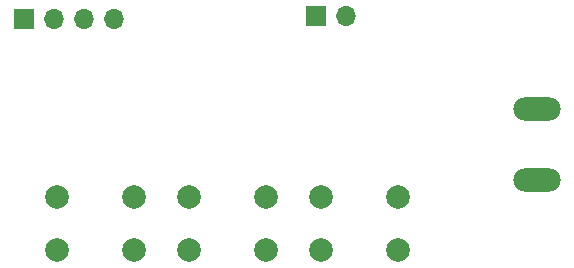
<source format=gbr>
G04 #@! TF.GenerationSoftware,KiCad,Pcbnew,(6.0.4)*
G04 #@! TF.CreationDate,2022-07-19T17:44:27+09:00*
G04 #@! TF.ProjectId,io_board,696f5f62-6f61-4726-942e-6b696361645f,rev?*
G04 #@! TF.SameCoordinates,Original*
G04 #@! TF.FileFunction,Copper,L1,Top*
G04 #@! TF.FilePolarity,Positive*
%FSLAX46Y46*%
G04 Gerber Fmt 4.6, Leading zero omitted, Abs format (unit mm)*
G04 Created by KiCad (PCBNEW (6.0.4)) date 2022-07-19 17:44:27*
%MOMM*%
%LPD*%
G01*
G04 APERTURE LIST*
G04 #@! TA.AperFunction,ComponentPad*
%ADD10R,1.700000X1.700000*%
G04 #@! TD*
G04 #@! TA.AperFunction,ComponentPad*
%ADD11O,1.700000X1.700000*%
G04 #@! TD*
G04 #@! TA.AperFunction,ComponentPad*
%ADD12C,2.000000*%
G04 #@! TD*
G04 #@! TA.AperFunction,ComponentPad*
%ADD13O,4.000000X2.000000*%
G04 #@! TD*
G04 APERTURE END LIST*
D10*
X156306000Y-56134000D03*
D11*
X158846000Y-56134000D03*
D10*
X131572000Y-56388000D03*
D11*
X134112000Y-56388000D03*
X136652000Y-56388000D03*
X139192000Y-56388000D03*
D12*
X156770000Y-71427000D03*
X163270000Y-71427000D03*
X156770000Y-75927000D03*
X163270000Y-75927000D03*
X145594000Y-71427000D03*
X152094000Y-71427000D03*
X145594000Y-75927000D03*
X152094000Y-75927000D03*
X134418000Y-71427000D03*
X140918000Y-71427000D03*
X134418000Y-75927000D03*
X140918000Y-75927000D03*
D13*
X175006000Y-70009500D03*
X175006000Y-64009500D03*
M02*

</source>
